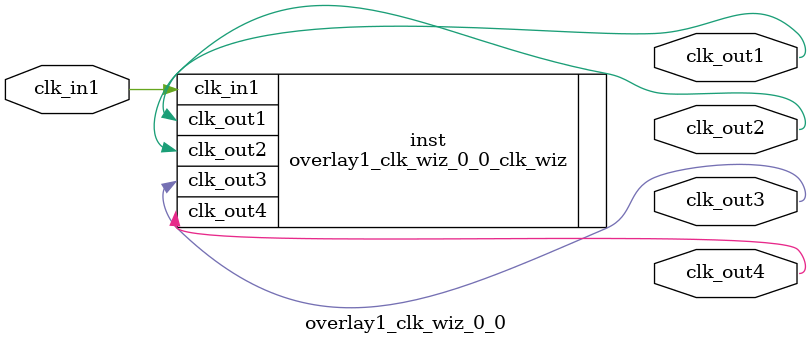
<source format=v>


`timescale 1ps/1ps

(* CORE_GENERATION_INFO = "overlay1_clk_wiz_0_0,clk_wiz_v5_3_0,{component_name=overlay1_clk_wiz_0_0,use_phase_alignment=true,use_min_o_jitter=false,use_max_i_jitter=false,use_dyn_phase_shift=false,use_inclk_switchover=false,use_dyn_reconfig=false,enable_axi=0,feedback_source=FDBK_AUTO,PRIMITIVE=MMCM,num_out_clk=4,clkin1_period=20.0,clkin2_period=10.0,use_power_down=false,use_reset=false,use_locked=false,use_inclk_stopped=false,feedback_type=SINGLE,CLOCK_MGR_TYPE=NA,manual_override=false}" *)

module overlay1_clk_wiz_0_0 
 (
 // Clock in ports
  input         clk_in1,
  // Clock out ports
  output        clk_out1,
  output        clk_out2,
  output        clk_out3,
  output        clk_out4
 );

  overlay1_clk_wiz_0_0_clk_wiz inst
  (
 // Clock in ports
  .clk_in1(clk_in1),
  // Clock out ports  
  .clk_out1(clk_out1),
  .clk_out2(clk_out2),
  .clk_out3(clk_out3),
  .clk_out4(clk_out4)              
  );

endmodule

</source>
